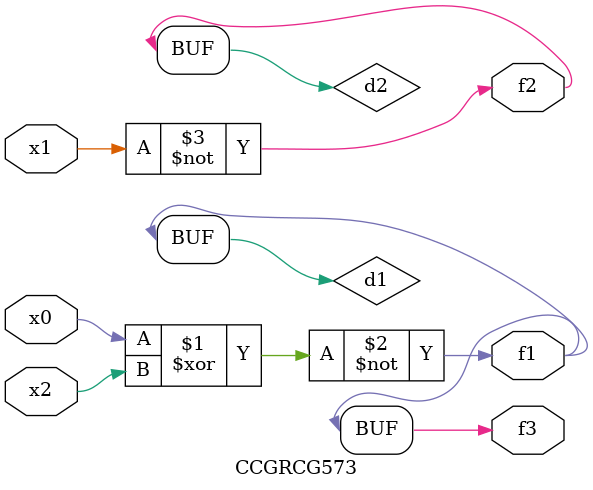
<source format=v>
module CCGRCG573(
	input x0, x1, x2,
	output f1, f2, f3
);

	wire d1, d2, d3;

	xnor (d1, x0, x2);
	nand (d2, x1);
	nor (d3, x1, x2);
	assign f1 = d1;
	assign f2 = d2;
	assign f3 = d1;
endmodule

</source>
